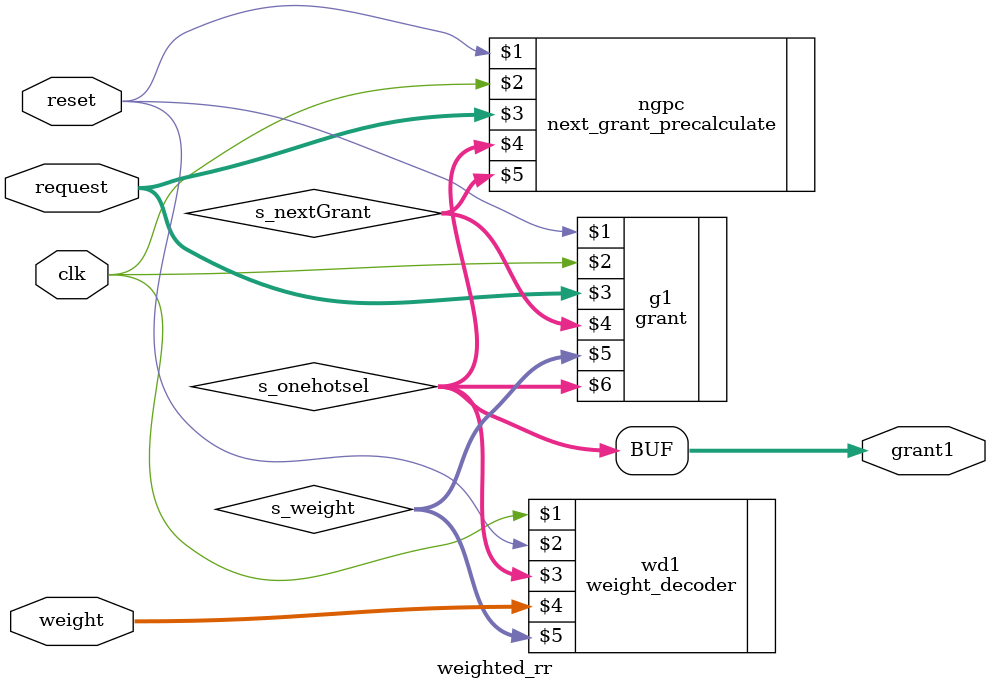
<source format=sv>
module weighted_rr #(parameter CHANNELS = 8, parameter WIDTH = 32, parameter weightlimit = 16)
(reset, clk, request, weight, grant1);
input reset, clk;
input [(CHANNELS-1):0] request;
input [(CHANNELS*WIDTH)-1:0] weight;
output wire [(CHANNELS-1):0] grant1;
wire [(CHANNELS-1):0] s_onehotsel;
wire [(WIDTH-1):0] s_weight;
wire [(CHANNELS-1):0] s_nextGrant;
assign grant1 = s_onehotsel;
weight_decoder #(32,8) wd1 (clk, reset,s_onehotsel, weight, s_weight);
next_grant_precalculate #(8) ngpc (reset,clk,request, s_onehotsel , s_nextGrant);
grant #(8,32,16) g1 (reset,clk, request, s_nextGrant, s_weight, s_onehotsel);

endmodule

</source>
